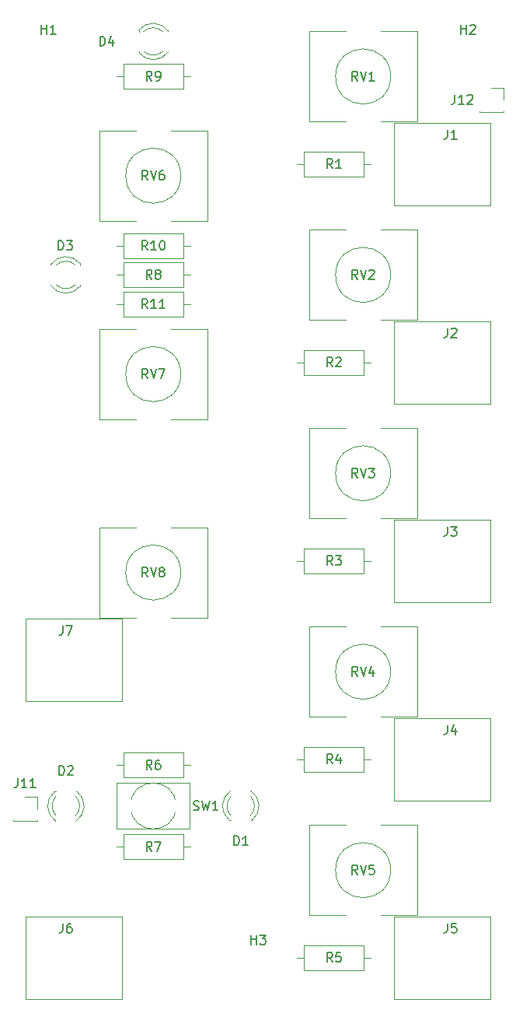
<source format=gto>
G04 #@! TF.GenerationSoftware,KiCad,Pcbnew,(6.0.0)*
G04 #@! TF.CreationDate,2022-08-09T16:31:54+02:00*
G04 #@! TF.ProjectId,FG-VCO-(interface),46472d56-434f-42d2-9869-6e7465726661,rev?*
G04 #@! TF.SameCoordinates,Original*
G04 #@! TF.FileFunction,Legend,Top*
G04 #@! TF.FilePolarity,Positive*
%FSLAX46Y46*%
G04 Gerber Fmt 4.6, Leading zero omitted, Abs format (unit mm)*
G04 Created by KiCad (PCBNEW (6.0.0)) date 2022-08-09 16:31:54*
%MOMM*%
%LPD*%
G01*
G04 APERTURE LIST*
%ADD10C,0.150000*%
%ADD11C,0.120000*%
%ADD12C,1.600000*%
%ADD13O,1.600000X1.600000*%
%ADD14C,3.000000*%
%ADD15O,1.500000X3.000000*%
%ADD16R,1.800000X1.800000*%
%ADD17C,1.800000*%
%ADD18C,3.200000*%
%ADD19C,1.524000*%
%ADD20O,3.000000X1.500000*%
%ADD21R,1.700000X1.700000*%
%ADD22O,1.700000X1.700000*%
G04 APERTURE END LIST*
D10*
X14597142Y-31567380D02*
X14263809Y-31091190D01*
X14025714Y-31567380D02*
X14025714Y-30567380D01*
X14406666Y-30567380D01*
X14501904Y-30615000D01*
X14549523Y-30662619D01*
X14597142Y-30757857D01*
X14597142Y-30900714D01*
X14549523Y-30995952D01*
X14501904Y-31043571D01*
X14406666Y-31091190D01*
X14025714Y-31091190D01*
X15549523Y-31567380D02*
X14978095Y-31567380D01*
X15263809Y-31567380D02*
X15263809Y-30567380D01*
X15168571Y-30710238D01*
X15073333Y-30805476D01*
X14978095Y-30853095D01*
X16501904Y-31567380D02*
X15930476Y-31567380D01*
X16216190Y-31567380D02*
X16216190Y-30567380D01*
X16120952Y-30710238D01*
X16025714Y-30805476D01*
X15930476Y-30853095D01*
X14597142Y-25217380D02*
X14263809Y-24741190D01*
X14025714Y-25217380D02*
X14025714Y-24217380D01*
X14406666Y-24217380D01*
X14501904Y-24265000D01*
X14549523Y-24312619D01*
X14597142Y-24407857D01*
X14597142Y-24550714D01*
X14549523Y-24645952D01*
X14501904Y-24693571D01*
X14406666Y-24741190D01*
X14025714Y-24741190D01*
X15549523Y-25217380D02*
X14978095Y-25217380D01*
X15263809Y-25217380D02*
X15263809Y-24217380D01*
X15168571Y-24360238D01*
X15073333Y-24455476D01*
X14978095Y-24503095D01*
X16168571Y-24217380D02*
X16263809Y-24217380D01*
X16359047Y-24265000D01*
X16406666Y-24312619D01*
X16454285Y-24407857D01*
X16501904Y-24598333D01*
X16501904Y-24836428D01*
X16454285Y-25026904D01*
X16406666Y-25122142D01*
X16359047Y-25169761D01*
X16263809Y-25217380D01*
X16168571Y-25217380D01*
X16073333Y-25169761D01*
X16025714Y-25122142D01*
X15978095Y-25026904D01*
X15930476Y-24836428D01*
X15930476Y-24598333D01*
X15978095Y-24407857D01*
X16025714Y-24312619D01*
X16073333Y-24265000D01*
X16168571Y-24217380D01*
X47291666Y-55332380D02*
X47291666Y-56046666D01*
X47244047Y-56189523D01*
X47148809Y-56284761D01*
X47005952Y-56332380D01*
X46910714Y-56332380D01*
X47672619Y-55332380D02*
X48291666Y-55332380D01*
X47958333Y-55713333D01*
X48101190Y-55713333D01*
X48196428Y-55760952D01*
X48244047Y-55808571D01*
X48291666Y-55903809D01*
X48291666Y-56141904D01*
X48244047Y-56237142D01*
X48196428Y-56284761D01*
X48101190Y-56332380D01*
X47815476Y-56332380D01*
X47720238Y-56284761D01*
X47672619Y-56237142D01*
X5381666Y-66127380D02*
X5381666Y-66841666D01*
X5334047Y-66984523D01*
X5238809Y-67079761D01*
X5095952Y-67127380D01*
X5000714Y-67127380D01*
X5762619Y-66127380D02*
X6429285Y-66127380D01*
X6000714Y-67127380D01*
X24026904Y-89987380D02*
X24026904Y-88987380D01*
X24265000Y-88987380D01*
X24407857Y-89035000D01*
X24503095Y-89130238D01*
X24550714Y-89225476D01*
X24598333Y-89415952D01*
X24598333Y-89558809D01*
X24550714Y-89749285D01*
X24503095Y-89844523D01*
X24407857Y-89939761D01*
X24265000Y-89987380D01*
X24026904Y-89987380D01*
X25550714Y-89987380D02*
X24979285Y-89987380D01*
X25265000Y-89987380D02*
X25265000Y-88987380D01*
X25169761Y-89130238D01*
X25074523Y-89225476D01*
X24979285Y-89273095D01*
X47291666Y-76922380D02*
X47291666Y-77636666D01*
X47244047Y-77779523D01*
X47148809Y-77874761D01*
X47005952Y-77922380D01*
X46910714Y-77922380D01*
X48196428Y-77255714D02*
X48196428Y-77922380D01*
X47958333Y-76874761D02*
X47720238Y-77589047D01*
X48339285Y-77589047D01*
X34758333Y-16327380D02*
X34425000Y-15851190D01*
X34186904Y-16327380D02*
X34186904Y-15327380D01*
X34567857Y-15327380D01*
X34663095Y-15375000D01*
X34710714Y-15422619D01*
X34758333Y-15517857D01*
X34758333Y-15660714D01*
X34710714Y-15755952D01*
X34663095Y-15803571D01*
X34567857Y-15851190D01*
X34186904Y-15851190D01*
X35710714Y-16327380D02*
X35139285Y-16327380D01*
X35425000Y-16327380D02*
X35425000Y-15327380D01*
X35329761Y-15470238D01*
X35234523Y-15565476D01*
X35139285Y-15613095D01*
X34758333Y-102687380D02*
X34425000Y-102211190D01*
X34186904Y-102687380D02*
X34186904Y-101687380D01*
X34567857Y-101687380D01*
X34663095Y-101735000D01*
X34710714Y-101782619D01*
X34758333Y-101877857D01*
X34758333Y-102020714D01*
X34710714Y-102115952D01*
X34663095Y-102163571D01*
X34567857Y-102211190D01*
X34186904Y-102211190D01*
X35663095Y-101687380D02*
X35186904Y-101687380D01*
X35139285Y-102163571D01*
X35186904Y-102115952D01*
X35282142Y-102068333D01*
X35520238Y-102068333D01*
X35615476Y-102115952D01*
X35663095Y-102163571D01*
X35710714Y-102258809D01*
X35710714Y-102496904D01*
X35663095Y-102592142D01*
X35615476Y-102639761D01*
X35520238Y-102687380D01*
X35282142Y-102687380D01*
X35186904Y-102639761D01*
X35139285Y-102592142D01*
X15073333Y-90622380D02*
X14740000Y-90146190D01*
X14501904Y-90622380D02*
X14501904Y-89622380D01*
X14882857Y-89622380D01*
X14978095Y-89670000D01*
X15025714Y-89717619D01*
X15073333Y-89812857D01*
X15073333Y-89955714D01*
X15025714Y-90050952D01*
X14978095Y-90098571D01*
X14882857Y-90146190D01*
X14501904Y-90146190D01*
X15406666Y-89622380D02*
X16073333Y-89622380D01*
X15644761Y-90622380D01*
X5381666Y-98512380D02*
X5381666Y-99226666D01*
X5334047Y-99369523D01*
X5238809Y-99464761D01*
X5095952Y-99512380D01*
X5000714Y-99512380D01*
X6286428Y-98512380D02*
X6095952Y-98512380D01*
X6000714Y-98560000D01*
X5953095Y-98607619D01*
X5857857Y-98750476D01*
X5810238Y-98940952D01*
X5810238Y-99321904D01*
X5857857Y-99417142D01*
X5905476Y-99464761D01*
X6000714Y-99512380D01*
X6191190Y-99512380D01*
X6286428Y-99464761D01*
X6334047Y-99417142D01*
X6381666Y-99321904D01*
X6381666Y-99083809D01*
X6334047Y-98988571D01*
X6286428Y-98940952D01*
X6191190Y-98893333D01*
X6000714Y-98893333D01*
X5905476Y-98940952D01*
X5857857Y-98988571D01*
X5810238Y-99083809D01*
X15073333Y-6802380D02*
X14740000Y-6326190D01*
X14501904Y-6802380D02*
X14501904Y-5802380D01*
X14882857Y-5802380D01*
X14978095Y-5850000D01*
X15025714Y-5897619D01*
X15073333Y-5992857D01*
X15073333Y-6135714D01*
X15025714Y-6230952D01*
X14978095Y-6278571D01*
X14882857Y-6326190D01*
X14501904Y-6326190D01*
X15549523Y-6802380D02*
X15740000Y-6802380D01*
X15835238Y-6754761D01*
X15882857Y-6707142D01*
X15978095Y-6564285D01*
X16025714Y-6373809D01*
X16025714Y-5992857D01*
X15978095Y-5897619D01*
X15930476Y-5850000D01*
X15835238Y-5802380D01*
X15644761Y-5802380D01*
X15549523Y-5850000D01*
X15501904Y-5897619D01*
X15454285Y-5992857D01*
X15454285Y-6230952D01*
X15501904Y-6326190D01*
X15549523Y-6373809D01*
X15644761Y-6421428D01*
X15835238Y-6421428D01*
X15930476Y-6373809D01*
X15978095Y-6326190D01*
X16025714Y-6230952D01*
X15073333Y-28392380D02*
X14740000Y-27916190D01*
X14501904Y-28392380D02*
X14501904Y-27392380D01*
X14882857Y-27392380D01*
X14978095Y-27440000D01*
X15025714Y-27487619D01*
X15073333Y-27582857D01*
X15073333Y-27725714D01*
X15025714Y-27820952D01*
X14978095Y-27868571D01*
X14882857Y-27916190D01*
X14501904Y-27916190D01*
X15644761Y-27820952D02*
X15549523Y-27773333D01*
X15501904Y-27725714D01*
X15454285Y-27630476D01*
X15454285Y-27582857D01*
X15501904Y-27487619D01*
X15549523Y-27440000D01*
X15644761Y-27392380D01*
X15835238Y-27392380D01*
X15930476Y-27440000D01*
X15978095Y-27487619D01*
X16025714Y-27582857D01*
X16025714Y-27630476D01*
X15978095Y-27725714D01*
X15930476Y-27773333D01*
X15835238Y-27820952D01*
X15644761Y-27820952D01*
X15549523Y-27868571D01*
X15501904Y-27916190D01*
X15454285Y-28011428D01*
X15454285Y-28201904D01*
X15501904Y-28297142D01*
X15549523Y-28344761D01*
X15644761Y-28392380D01*
X15835238Y-28392380D01*
X15930476Y-28344761D01*
X15978095Y-28297142D01*
X16025714Y-28201904D01*
X16025714Y-28011428D01*
X15978095Y-27916190D01*
X15930476Y-27868571D01*
X15835238Y-27820952D01*
X3048095Y-1722380D02*
X3048095Y-722380D01*
X3048095Y-1198571D02*
X3619523Y-1198571D01*
X3619523Y-1722380D02*
X3619523Y-722380D01*
X4619523Y-1722380D02*
X4048095Y-1722380D01*
X4333809Y-1722380D02*
X4333809Y-722380D01*
X4238571Y-865238D01*
X4143333Y-960476D01*
X4048095Y-1008095D01*
X37504761Y-28392380D02*
X37171428Y-27916190D01*
X36933333Y-28392380D02*
X36933333Y-27392380D01*
X37314285Y-27392380D01*
X37409523Y-27440000D01*
X37457142Y-27487619D01*
X37504761Y-27582857D01*
X37504761Y-27725714D01*
X37457142Y-27820952D01*
X37409523Y-27868571D01*
X37314285Y-27916190D01*
X36933333Y-27916190D01*
X37790476Y-27392380D02*
X38123809Y-28392380D01*
X38457142Y-27392380D01*
X38742857Y-27487619D02*
X38790476Y-27440000D01*
X38885714Y-27392380D01*
X39123809Y-27392380D01*
X39219047Y-27440000D01*
X39266666Y-27487619D01*
X39314285Y-27582857D01*
X39314285Y-27678095D01*
X39266666Y-27820952D01*
X38695238Y-28392380D01*
X39314285Y-28392380D01*
X37504761Y-49982380D02*
X37171428Y-49506190D01*
X36933333Y-49982380D02*
X36933333Y-48982380D01*
X37314285Y-48982380D01*
X37409523Y-49030000D01*
X37457142Y-49077619D01*
X37504761Y-49172857D01*
X37504761Y-49315714D01*
X37457142Y-49410952D01*
X37409523Y-49458571D01*
X37314285Y-49506190D01*
X36933333Y-49506190D01*
X37790476Y-48982380D02*
X38123809Y-49982380D01*
X38457142Y-48982380D01*
X38695238Y-48982380D02*
X39314285Y-48982380D01*
X38980952Y-49363333D01*
X39123809Y-49363333D01*
X39219047Y-49410952D01*
X39266666Y-49458571D01*
X39314285Y-49553809D01*
X39314285Y-49791904D01*
X39266666Y-49887142D01*
X39219047Y-49934761D01*
X39123809Y-49982380D01*
X38838095Y-49982380D01*
X38742857Y-49934761D01*
X38695238Y-49887142D01*
X48085476Y-8342380D02*
X48085476Y-9056666D01*
X48037857Y-9199523D01*
X47942619Y-9294761D01*
X47799761Y-9342380D01*
X47704523Y-9342380D01*
X49085476Y-9342380D02*
X48514047Y-9342380D01*
X48799761Y-9342380D02*
X48799761Y-8342380D01*
X48704523Y-8485238D01*
X48609285Y-8580476D01*
X48514047Y-8628095D01*
X49466428Y-8437619D02*
X49514047Y-8390000D01*
X49609285Y-8342380D01*
X49847380Y-8342380D01*
X49942619Y-8390000D01*
X49990238Y-8437619D01*
X50037857Y-8532857D01*
X50037857Y-8628095D01*
X49990238Y-8770952D01*
X49418809Y-9342380D01*
X50037857Y-9342380D01*
X19621666Y-86129761D02*
X19764523Y-86177380D01*
X20002619Y-86177380D01*
X20097857Y-86129761D01*
X20145476Y-86082142D01*
X20193095Y-85986904D01*
X20193095Y-85891666D01*
X20145476Y-85796428D01*
X20097857Y-85748809D01*
X20002619Y-85701190D01*
X19812142Y-85653571D01*
X19716904Y-85605952D01*
X19669285Y-85558333D01*
X19621666Y-85463095D01*
X19621666Y-85367857D01*
X19669285Y-85272619D01*
X19716904Y-85225000D01*
X19812142Y-85177380D01*
X20050238Y-85177380D01*
X20193095Y-85225000D01*
X20526428Y-85177380D02*
X20764523Y-86177380D01*
X20955000Y-85463095D01*
X21145476Y-86177380D01*
X21383571Y-85177380D01*
X22288333Y-86177380D02*
X21716904Y-86177380D01*
X22002619Y-86177380D02*
X22002619Y-85177380D01*
X21907380Y-85320238D01*
X21812142Y-85415476D01*
X21716904Y-85463095D01*
X47291666Y-33742380D02*
X47291666Y-34456666D01*
X47244047Y-34599523D01*
X47148809Y-34694761D01*
X47005952Y-34742380D01*
X46910714Y-34742380D01*
X47720238Y-33837619D02*
X47767857Y-33790000D01*
X47863095Y-33742380D01*
X48101190Y-33742380D01*
X48196428Y-33790000D01*
X48244047Y-33837619D01*
X48291666Y-33932857D01*
X48291666Y-34028095D01*
X48244047Y-34170952D01*
X47672619Y-34742380D01*
X48291666Y-34742380D01*
X47291666Y-12152380D02*
X47291666Y-12866666D01*
X47244047Y-13009523D01*
X47148809Y-13104761D01*
X47005952Y-13152380D01*
X46910714Y-13152380D01*
X48291666Y-13152380D02*
X47720238Y-13152380D01*
X48005952Y-13152380D02*
X48005952Y-12152380D01*
X47910714Y-12295238D01*
X47815476Y-12390476D01*
X47720238Y-12438095D01*
X34758333Y-37917380D02*
X34425000Y-37441190D01*
X34186904Y-37917380D02*
X34186904Y-36917380D01*
X34567857Y-36917380D01*
X34663095Y-36965000D01*
X34710714Y-37012619D01*
X34758333Y-37107857D01*
X34758333Y-37250714D01*
X34710714Y-37345952D01*
X34663095Y-37393571D01*
X34567857Y-37441190D01*
X34186904Y-37441190D01*
X35139285Y-37012619D02*
X35186904Y-36965000D01*
X35282142Y-36917380D01*
X35520238Y-36917380D01*
X35615476Y-36965000D01*
X35663095Y-37012619D01*
X35710714Y-37107857D01*
X35710714Y-37203095D01*
X35663095Y-37345952D01*
X35091666Y-37917380D01*
X35710714Y-37917380D01*
X14644761Y-17597380D02*
X14311428Y-17121190D01*
X14073333Y-17597380D02*
X14073333Y-16597380D01*
X14454285Y-16597380D01*
X14549523Y-16645000D01*
X14597142Y-16692619D01*
X14644761Y-16787857D01*
X14644761Y-16930714D01*
X14597142Y-17025952D01*
X14549523Y-17073571D01*
X14454285Y-17121190D01*
X14073333Y-17121190D01*
X14930476Y-16597380D02*
X15263809Y-17597380D01*
X15597142Y-16597380D01*
X16359047Y-16597380D02*
X16168571Y-16597380D01*
X16073333Y-16645000D01*
X16025714Y-16692619D01*
X15930476Y-16835476D01*
X15882857Y-17025952D01*
X15882857Y-17406904D01*
X15930476Y-17502142D01*
X15978095Y-17549761D01*
X16073333Y-17597380D01*
X16263809Y-17597380D01*
X16359047Y-17549761D01*
X16406666Y-17502142D01*
X16454285Y-17406904D01*
X16454285Y-17168809D01*
X16406666Y-17073571D01*
X16359047Y-17025952D01*
X16263809Y-16978333D01*
X16073333Y-16978333D01*
X15978095Y-17025952D01*
X15930476Y-17073571D01*
X15882857Y-17168809D01*
X37504761Y-93162380D02*
X37171428Y-92686190D01*
X36933333Y-93162380D02*
X36933333Y-92162380D01*
X37314285Y-92162380D01*
X37409523Y-92210000D01*
X37457142Y-92257619D01*
X37504761Y-92352857D01*
X37504761Y-92495714D01*
X37457142Y-92590952D01*
X37409523Y-92638571D01*
X37314285Y-92686190D01*
X36933333Y-92686190D01*
X37790476Y-92162380D02*
X38123809Y-93162380D01*
X38457142Y-92162380D01*
X39266666Y-92162380D02*
X38790476Y-92162380D01*
X38742857Y-92638571D01*
X38790476Y-92590952D01*
X38885714Y-92543333D01*
X39123809Y-92543333D01*
X39219047Y-92590952D01*
X39266666Y-92638571D01*
X39314285Y-92733809D01*
X39314285Y-92971904D01*
X39266666Y-93067142D01*
X39219047Y-93114761D01*
X39123809Y-93162380D01*
X38885714Y-93162380D01*
X38790476Y-93114761D01*
X38742857Y-93067142D01*
X34758333Y-59507380D02*
X34425000Y-59031190D01*
X34186904Y-59507380D02*
X34186904Y-58507380D01*
X34567857Y-58507380D01*
X34663095Y-58555000D01*
X34710714Y-58602619D01*
X34758333Y-58697857D01*
X34758333Y-58840714D01*
X34710714Y-58935952D01*
X34663095Y-58983571D01*
X34567857Y-59031190D01*
X34186904Y-59031190D01*
X35091666Y-58507380D02*
X35710714Y-58507380D01*
X35377380Y-58888333D01*
X35520238Y-58888333D01*
X35615476Y-58935952D01*
X35663095Y-58983571D01*
X35710714Y-59078809D01*
X35710714Y-59316904D01*
X35663095Y-59412142D01*
X35615476Y-59459761D01*
X35520238Y-59507380D01*
X35234523Y-59507380D01*
X35139285Y-59459761D01*
X35091666Y-59412142D01*
X4976904Y-82367380D02*
X4976904Y-81367380D01*
X5215000Y-81367380D01*
X5357857Y-81415000D01*
X5453095Y-81510238D01*
X5500714Y-81605476D01*
X5548333Y-81795952D01*
X5548333Y-81938809D01*
X5500714Y-82129285D01*
X5453095Y-82224523D01*
X5357857Y-82319761D01*
X5215000Y-82367380D01*
X4976904Y-82367380D01*
X5929285Y-81462619D02*
X5976904Y-81415000D01*
X6072142Y-81367380D01*
X6310238Y-81367380D01*
X6405476Y-81415000D01*
X6453095Y-81462619D01*
X6500714Y-81557857D01*
X6500714Y-81653095D01*
X6453095Y-81795952D01*
X5881666Y-82367380D01*
X6500714Y-82367380D01*
X14644761Y-60777380D02*
X14311428Y-60301190D01*
X14073333Y-60777380D02*
X14073333Y-59777380D01*
X14454285Y-59777380D01*
X14549523Y-59825000D01*
X14597142Y-59872619D01*
X14644761Y-59967857D01*
X14644761Y-60110714D01*
X14597142Y-60205952D01*
X14549523Y-60253571D01*
X14454285Y-60301190D01*
X14073333Y-60301190D01*
X14930476Y-59777380D02*
X15263809Y-60777380D01*
X15597142Y-59777380D01*
X16073333Y-60205952D02*
X15978095Y-60158333D01*
X15930476Y-60110714D01*
X15882857Y-60015476D01*
X15882857Y-59967857D01*
X15930476Y-59872619D01*
X15978095Y-59825000D01*
X16073333Y-59777380D01*
X16263809Y-59777380D01*
X16359047Y-59825000D01*
X16406666Y-59872619D01*
X16454285Y-59967857D01*
X16454285Y-60015476D01*
X16406666Y-60110714D01*
X16359047Y-60158333D01*
X16263809Y-60205952D01*
X16073333Y-60205952D01*
X15978095Y-60253571D01*
X15930476Y-60301190D01*
X15882857Y-60396428D01*
X15882857Y-60586904D01*
X15930476Y-60682142D01*
X15978095Y-60729761D01*
X16073333Y-60777380D01*
X16263809Y-60777380D01*
X16359047Y-60729761D01*
X16406666Y-60682142D01*
X16454285Y-60586904D01*
X16454285Y-60396428D01*
X16406666Y-60301190D01*
X16359047Y-60253571D01*
X16263809Y-60205952D01*
X15073333Y-81732380D02*
X14740000Y-81256190D01*
X14501904Y-81732380D02*
X14501904Y-80732380D01*
X14882857Y-80732380D01*
X14978095Y-80780000D01*
X15025714Y-80827619D01*
X15073333Y-80922857D01*
X15073333Y-81065714D01*
X15025714Y-81160952D01*
X14978095Y-81208571D01*
X14882857Y-81256190D01*
X14501904Y-81256190D01*
X15930476Y-80732380D02*
X15740000Y-80732380D01*
X15644761Y-80780000D01*
X15597142Y-80827619D01*
X15501904Y-80970476D01*
X15454285Y-81160952D01*
X15454285Y-81541904D01*
X15501904Y-81637142D01*
X15549523Y-81684761D01*
X15644761Y-81732380D01*
X15835238Y-81732380D01*
X15930476Y-81684761D01*
X15978095Y-81637142D01*
X16025714Y-81541904D01*
X16025714Y-81303809D01*
X15978095Y-81208571D01*
X15930476Y-81160952D01*
X15835238Y-81113333D01*
X15644761Y-81113333D01*
X15549523Y-81160952D01*
X15501904Y-81208571D01*
X15454285Y-81303809D01*
X47291666Y-98512380D02*
X47291666Y-99226666D01*
X47244047Y-99369523D01*
X47148809Y-99464761D01*
X47005952Y-99512380D01*
X46910714Y-99512380D01*
X48244047Y-98512380D02*
X47767857Y-98512380D01*
X47720238Y-98988571D01*
X47767857Y-98940952D01*
X47863095Y-98893333D01*
X48101190Y-98893333D01*
X48196428Y-98940952D01*
X48244047Y-98988571D01*
X48291666Y-99083809D01*
X48291666Y-99321904D01*
X48244047Y-99417142D01*
X48196428Y-99464761D01*
X48101190Y-99512380D01*
X47863095Y-99512380D01*
X47767857Y-99464761D01*
X47720238Y-99417142D01*
X9421904Y-2992380D02*
X9421904Y-1992380D01*
X9660000Y-1992380D01*
X9802857Y-2040000D01*
X9898095Y-2135238D01*
X9945714Y-2230476D01*
X9993333Y-2420952D01*
X9993333Y-2563809D01*
X9945714Y-2754285D01*
X9898095Y-2849523D01*
X9802857Y-2944761D01*
X9660000Y-2992380D01*
X9421904Y-2992380D01*
X10850476Y-2325714D02*
X10850476Y-2992380D01*
X10612380Y-1944761D02*
X10374285Y-2659047D01*
X10993333Y-2659047D01*
X460476Y-82724880D02*
X460476Y-83439166D01*
X412857Y-83582023D01*
X317619Y-83677261D01*
X174761Y-83724880D01*
X79523Y-83724880D01*
X1460476Y-83724880D02*
X889047Y-83724880D01*
X1174761Y-83724880D02*
X1174761Y-82724880D01*
X1079523Y-82867738D01*
X984285Y-82962976D01*
X889047Y-83010595D01*
X2412857Y-83724880D02*
X1841428Y-83724880D01*
X2127142Y-83724880D02*
X2127142Y-82724880D01*
X2031904Y-82867738D01*
X1936666Y-82962976D01*
X1841428Y-83010595D01*
X25908095Y-100782380D02*
X25908095Y-99782380D01*
X25908095Y-100258571D02*
X26479523Y-100258571D01*
X26479523Y-100782380D02*
X26479523Y-99782380D01*
X26860476Y-99782380D02*
X27479523Y-99782380D01*
X27146190Y-100163333D01*
X27289047Y-100163333D01*
X27384285Y-100210952D01*
X27431904Y-100258571D01*
X27479523Y-100353809D01*
X27479523Y-100591904D01*
X27431904Y-100687142D01*
X27384285Y-100734761D01*
X27289047Y-100782380D01*
X27003333Y-100782380D01*
X26908095Y-100734761D01*
X26860476Y-100687142D01*
X37504761Y-6802380D02*
X37171428Y-6326190D01*
X36933333Y-6802380D02*
X36933333Y-5802380D01*
X37314285Y-5802380D01*
X37409523Y-5850000D01*
X37457142Y-5897619D01*
X37504761Y-5992857D01*
X37504761Y-6135714D01*
X37457142Y-6230952D01*
X37409523Y-6278571D01*
X37314285Y-6326190D01*
X36933333Y-6326190D01*
X37790476Y-5802380D02*
X38123809Y-6802380D01*
X38457142Y-5802380D01*
X39314285Y-6802380D02*
X38742857Y-6802380D01*
X39028571Y-6802380D02*
X39028571Y-5802380D01*
X38933333Y-5945238D01*
X38838095Y-6040476D01*
X38742857Y-6088095D01*
X34758333Y-81097380D02*
X34425000Y-80621190D01*
X34186904Y-81097380D02*
X34186904Y-80097380D01*
X34567857Y-80097380D01*
X34663095Y-80145000D01*
X34710714Y-80192619D01*
X34758333Y-80287857D01*
X34758333Y-80430714D01*
X34710714Y-80525952D01*
X34663095Y-80573571D01*
X34567857Y-80621190D01*
X34186904Y-80621190D01*
X35615476Y-80430714D02*
X35615476Y-81097380D01*
X35377380Y-80049761D02*
X35139285Y-80764047D01*
X35758333Y-80764047D01*
X14644761Y-39187380D02*
X14311428Y-38711190D01*
X14073333Y-39187380D02*
X14073333Y-38187380D01*
X14454285Y-38187380D01*
X14549523Y-38235000D01*
X14597142Y-38282619D01*
X14644761Y-38377857D01*
X14644761Y-38520714D01*
X14597142Y-38615952D01*
X14549523Y-38663571D01*
X14454285Y-38711190D01*
X14073333Y-38711190D01*
X14930476Y-38187380D02*
X15263809Y-39187380D01*
X15597142Y-38187380D01*
X15835238Y-38187380D02*
X16501904Y-38187380D01*
X16073333Y-39187380D01*
X48768095Y-1722380D02*
X48768095Y-722380D01*
X48768095Y-1198571D02*
X49339523Y-1198571D01*
X49339523Y-1722380D02*
X49339523Y-722380D01*
X49768095Y-817619D02*
X49815714Y-770000D01*
X49910952Y-722380D01*
X50149047Y-722380D01*
X50244285Y-770000D01*
X50291904Y-817619D01*
X50339523Y-912857D01*
X50339523Y-1008095D01*
X50291904Y-1150952D01*
X49720476Y-1722380D01*
X50339523Y-1722380D01*
X4880417Y-25217380D02*
X4880417Y-24217380D01*
X5118513Y-24217380D01*
X5261370Y-24265000D01*
X5356608Y-24360238D01*
X5404227Y-24455476D01*
X5451846Y-24645952D01*
X5451846Y-24788809D01*
X5404227Y-24979285D01*
X5356608Y-25074523D01*
X5261370Y-25169761D01*
X5118513Y-25217380D01*
X4880417Y-25217380D01*
X5785179Y-24217380D02*
X6404227Y-24217380D01*
X6070893Y-24598333D01*
X6213751Y-24598333D01*
X6308989Y-24645952D01*
X6356608Y-24693571D01*
X6404227Y-24788809D01*
X6404227Y-25026904D01*
X6356608Y-25122142D01*
X6308989Y-25169761D01*
X6213751Y-25217380D01*
X5928036Y-25217380D01*
X5832798Y-25169761D01*
X5785179Y-25122142D01*
X37504761Y-71572380D02*
X37171428Y-71096190D01*
X36933333Y-71572380D02*
X36933333Y-70572380D01*
X37314285Y-70572380D01*
X37409523Y-70620000D01*
X37457142Y-70667619D01*
X37504761Y-70762857D01*
X37504761Y-70905714D01*
X37457142Y-71000952D01*
X37409523Y-71048571D01*
X37314285Y-71096190D01*
X36933333Y-71096190D01*
X37790476Y-70572380D02*
X38123809Y-71572380D01*
X38457142Y-70572380D01*
X39219047Y-70905714D02*
X39219047Y-71572380D01*
X38980952Y-70524761D02*
X38742857Y-71239047D01*
X39361904Y-71239047D01*
D11*
X18510000Y-32485000D02*
X18510000Y-29745000D01*
X18510000Y-29745000D02*
X11970000Y-29745000D01*
X11970000Y-29745000D02*
X11970000Y-32485000D01*
X11970000Y-32485000D02*
X18510000Y-32485000D01*
X19280000Y-31115000D02*
X18510000Y-31115000D01*
X11200000Y-31115000D02*
X11970000Y-31115000D01*
X18510000Y-26135000D02*
X18510000Y-23395000D01*
X18510000Y-23395000D02*
X11970000Y-23395000D01*
X11970000Y-23395000D02*
X11970000Y-26135000D01*
X11970000Y-26135000D02*
X18510000Y-26135000D01*
X19280000Y-24765000D02*
X18510000Y-24765000D01*
X11200000Y-24765000D02*
X11970000Y-24765000D01*
X41475000Y-63555000D02*
X51975000Y-63555000D01*
X51975000Y-63555000D02*
X51975000Y-54555000D01*
X51975000Y-54555000D02*
X41475000Y-54555000D01*
X41475000Y-54555000D02*
X41475000Y-63555000D01*
X11865000Y-65350000D02*
X1365000Y-65350000D01*
X1365000Y-65350000D02*
X1365000Y-74350000D01*
X1365000Y-74350000D02*
X11865000Y-74350000D01*
X11865000Y-74350000D02*
X11865000Y-65350000D01*
X23529000Y-87290000D02*
X23685000Y-87290000D01*
X25845000Y-87290000D02*
X26001000Y-87290000D01*
X23686392Y-84057665D02*
G75*
G03*
X23529484Y-87290000I1078609J-1672335D01*
G01*
X26000516Y-87290000D02*
G75*
G03*
X25843608Y-84057665I-1235517J1560000D01*
G01*
X25845000Y-86770961D02*
G75*
G03*
X25844837Y-84688870I-1080000J1040961D01*
G01*
X23685163Y-84688870D02*
G75*
G03*
X23685000Y-86770961I1079837J-1041130D01*
G01*
X41475000Y-85145000D02*
X51975000Y-85145000D01*
X51975000Y-85145000D02*
X51975000Y-76145000D01*
X51975000Y-76145000D02*
X41475000Y-76145000D01*
X41475000Y-76145000D02*
X41475000Y-85145000D01*
X38965000Y-15875000D02*
X38195000Y-15875000D01*
X38195000Y-14505000D02*
X31655000Y-14505000D01*
X31655000Y-17245000D02*
X38195000Y-17245000D01*
X30885000Y-15875000D02*
X31655000Y-15875000D01*
X31655000Y-14505000D02*
X31655000Y-17245000D01*
X38195000Y-17245000D02*
X38195000Y-14505000D01*
X38195000Y-103605000D02*
X38195000Y-100865000D01*
X31655000Y-103605000D02*
X38195000Y-103605000D01*
X38965000Y-102235000D02*
X38195000Y-102235000D01*
X30885000Y-102235000D02*
X31655000Y-102235000D01*
X31655000Y-100865000D02*
X31655000Y-103605000D01*
X38195000Y-100865000D02*
X31655000Y-100865000D01*
X11970000Y-91540000D02*
X18510000Y-91540000D01*
X18510000Y-88800000D02*
X11970000Y-88800000D01*
X18510000Y-91540000D02*
X18510000Y-88800000D01*
X11200000Y-90170000D02*
X11970000Y-90170000D01*
X19280000Y-90170000D02*
X18510000Y-90170000D01*
X11970000Y-88800000D02*
X11970000Y-91540000D01*
X11865000Y-97735000D02*
X1365000Y-97735000D01*
X1365000Y-97735000D02*
X1365000Y-106735000D01*
X1365000Y-106735000D02*
X11865000Y-106735000D01*
X11865000Y-106735000D02*
X11865000Y-97735000D01*
X19280000Y-6350000D02*
X18510000Y-6350000D01*
X11200000Y-6350000D02*
X11970000Y-6350000D01*
X11970000Y-7720000D02*
X18510000Y-7720000D01*
X18510000Y-4980000D02*
X11970000Y-4980000D01*
X11970000Y-4980000D02*
X11970000Y-7720000D01*
X18510000Y-7720000D02*
X18510000Y-4980000D01*
X18510000Y-29310000D02*
X18510000Y-26570000D01*
X18510000Y-26570000D02*
X11970000Y-26570000D01*
X11200000Y-27940000D02*
X11970000Y-27940000D01*
X19280000Y-27940000D02*
X18510000Y-27940000D01*
X11970000Y-26570000D02*
X11970000Y-29310000D01*
X11970000Y-29310000D02*
X18510000Y-29310000D01*
X44000000Y-23040000D02*
X40000000Y-23040000D01*
X32200000Y-32840000D02*
X32200000Y-23040000D01*
X32200000Y-32840000D02*
X36200000Y-32840000D01*
X32200000Y-23040000D02*
X36200000Y-23040000D01*
X44000000Y-32840000D02*
X44000000Y-23040000D01*
X32200000Y-32840000D02*
X32200000Y-23040000D01*
X44000000Y-32840000D02*
X44000000Y-23040000D01*
X44000000Y-32840000D02*
X40000000Y-32840000D01*
X41100000Y-27940000D02*
G75*
G03*
X41100000Y-27940000I-3000000J0D01*
G01*
X44000000Y-44630000D02*
X40000000Y-44630000D01*
X32200000Y-54430000D02*
X36200000Y-54430000D01*
X32200000Y-54430000D02*
X32200000Y-44630000D01*
X44000000Y-54430000D02*
X44000000Y-44630000D01*
X32200000Y-44630000D02*
X36200000Y-44630000D01*
X44000000Y-54430000D02*
X40000000Y-54430000D01*
X32200000Y-54430000D02*
X32200000Y-44630000D01*
X44000000Y-54430000D02*
X44000000Y-44630000D01*
X41100000Y-49530000D02*
G75*
G03*
X41100000Y-49530000I-3000000J0D01*
G01*
X53400000Y-7560000D02*
X53400000Y-8890000D01*
X50740000Y-10220000D02*
X53400000Y-10220000D01*
X50740000Y-10100000D02*
X50740000Y-10220000D01*
X53400000Y-10100000D02*
X53400000Y-10220000D01*
X52070000Y-7560000D02*
X53400000Y-7560000D01*
X19240000Y-88225000D02*
X11240000Y-88225000D01*
X11240000Y-88225000D02*
X11240000Y-83225000D01*
X11240000Y-83225000D02*
X19240000Y-83225000D01*
X19240000Y-83225000D02*
X19240000Y-88225000D01*
X17740000Y-85725000D02*
G75*
G03*
X17740000Y-85725000I-2500000J0D01*
G01*
X41475000Y-41965000D02*
X51975000Y-41965000D01*
X51975000Y-41965000D02*
X51975000Y-32965000D01*
X51975000Y-32965000D02*
X41475000Y-32965000D01*
X41475000Y-32965000D02*
X41475000Y-41965000D01*
X41475000Y-20375000D02*
X51975000Y-20375000D01*
X51975000Y-20375000D02*
X51975000Y-11375000D01*
X51975000Y-11375000D02*
X41475000Y-11375000D01*
X41475000Y-11375000D02*
X41475000Y-20375000D01*
X31655000Y-36095000D02*
X31655000Y-38835000D01*
X38965000Y-37465000D02*
X38195000Y-37465000D01*
X30885000Y-37465000D02*
X31655000Y-37465000D01*
X31655000Y-38835000D02*
X38195000Y-38835000D01*
X38195000Y-36095000D02*
X31655000Y-36095000D01*
X38195000Y-38835000D02*
X38195000Y-36095000D01*
X9340000Y-22045000D02*
X9340000Y-12245000D01*
X9340000Y-22045000D02*
X9340000Y-12245000D01*
X21140000Y-22045000D02*
X17140000Y-22045000D01*
X21140000Y-12245000D02*
X17140000Y-12245000D01*
X21140000Y-22045000D02*
X21140000Y-12245000D01*
X9340000Y-12245000D02*
X13340000Y-12245000D01*
X9340000Y-22045000D02*
X13340000Y-22045000D01*
X21140000Y-22045000D02*
X21140000Y-12245000D01*
X18240000Y-17145000D02*
G75*
G03*
X18240000Y-17145000I-3000000J0D01*
G01*
X32200000Y-87810000D02*
X36200000Y-87810000D01*
X44000000Y-97610000D02*
X44000000Y-87810000D01*
X32200000Y-97610000D02*
X36200000Y-97610000D01*
X32200000Y-97610000D02*
X32200000Y-87810000D01*
X32200000Y-97610000D02*
X32200000Y-87810000D01*
X44000000Y-97610000D02*
X40000000Y-97610000D01*
X44000000Y-87810000D02*
X40000000Y-87810000D01*
X44000000Y-97610000D02*
X44000000Y-87810000D01*
X41100000Y-92710000D02*
G75*
G03*
X41100000Y-92710000I-3000000J0D01*
G01*
X38195000Y-60425000D02*
X38195000Y-57685000D01*
X31655000Y-57685000D02*
X31655000Y-60425000D01*
X30885000Y-59055000D02*
X31655000Y-59055000D01*
X38195000Y-57685000D02*
X31655000Y-57685000D01*
X31655000Y-60425000D02*
X38195000Y-60425000D01*
X38965000Y-59055000D02*
X38195000Y-59055000D01*
X6951000Y-84160000D02*
X6795000Y-84160000D01*
X4635000Y-84160000D02*
X4479000Y-84160000D01*
X4479484Y-84160000D02*
G75*
G03*
X4636392Y-87392335I1235517J-1560000D01*
G01*
X6793608Y-87392335D02*
G75*
G03*
X6950516Y-84160000I-1078609J1672335D01*
G01*
X4635000Y-84679039D02*
G75*
G03*
X4635163Y-86761130I1080000J-1040961D01*
G01*
X6794837Y-86761130D02*
G75*
G03*
X6795000Y-84679039I-1079837J1041130D01*
G01*
X21140000Y-55425000D02*
X17140000Y-55425000D01*
X9340000Y-55425000D02*
X13340000Y-55425000D01*
X21140000Y-65225000D02*
X21140000Y-55425000D01*
X21140000Y-65225000D02*
X17140000Y-65225000D01*
X9340000Y-65225000D02*
X13340000Y-65225000D01*
X21140000Y-65225000D02*
X21140000Y-55425000D01*
X9340000Y-65225000D02*
X9340000Y-55425000D01*
X9340000Y-65225000D02*
X9340000Y-55425000D01*
X18240000Y-60325000D02*
G75*
G03*
X18240000Y-60325000I-3000000J0D01*
G01*
X11200000Y-81280000D02*
X11970000Y-81280000D01*
X11970000Y-82650000D02*
X18510000Y-82650000D01*
X11970000Y-79910000D02*
X11970000Y-82650000D01*
X19280000Y-81280000D02*
X18510000Y-81280000D01*
X18510000Y-79910000D02*
X11970000Y-79910000D01*
X18510000Y-82650000D02*
X18510000Y-79910000D01*
X41475000Y-106735000D02*
X51975000Y-106735000D01*
X51975000Y-106735000D02*
X51975000Y-97735000D01*
X51975000Y-97735000D02*
X41475000Y-97735000D01*
X41475000Y-97735000D02*
X41475000Y-106735000D01*
X13675000Y-3620000D02*
X13675000Y-3776000D01*
X13675000Y-1304000D02*
X13675000Y-1460000D01*
X16907335Y-1461392D02*
G75*
G03*
X13675000Y-1304484I-1672335J-1078609D01*
G01*
X14194039Y-3620000D02*
G75*
G03*
X16276130Y-3619837I1040961J1080000D01*
G01*
X16276130Y-1460163D02*
G75*
G03*
X14194039Y-1460000I-1041130J-1079837D01*
G01*
X13675000Y-3775516D02*
G75*
G03*
X16907335Y-3618608I1560000J1235517D01*
G01*
X2600000Y-84712500D02*
X2600000Y-86042500D01*
X1270000Y-84712500D02*
X2600000Y-84712500D01*
X-60000Y-87252500D02*
X-60000Y-87372500D01*
X-60000Y-87372500D02*
X2600000Y-87372500D01*
X2600000Y-87252500D02*
X2600000Y-87372500D01*
X32200000Y-11250000D02*
X32200000Y-1450000D01*
X44000000Y-11250000D02*
X44000000Y-1450000D01*
X32200000Y-11250000D02*
X32200000Y-1450000D01*
X44000000Y-11250000D02*
X40000000Y-11250000D01*
X32200000Y-1450000D02*
X36200000Y-1450000D01*
X44000000Y-11250000D02*
X44000000Y-1450000D01*
X44000000Y-1450000D02*
X40000000Y-1450000D01*
X32200000Y-11250000D02*
X36200000Y-11250000D01*
X41100000Y-6350000D02*
G75*
G03*
X41100000Y-6350000I-3000000J0D01*
G01*
X31655000Y-79275000D02*
X31655000Y-82015000D01*
X38195000Y-82015000D02*
X38195000Y-79275000D01*
X31655000Y-82015000D02*
X38195000Y-82015000D01*
X38965000Y-80645000D02*
X38195000Y-80645000D01*
X30885000Y-80645000D02*
X31655000Y-80645000D01*
X38195000Y-79275000D02*
X31655000Y-79275000D01*
X21140000Y-43635000D02*
X17140000Y-43635000D01*
X9340000Y-43635000D02*
X13340000Y-43635000D01*
X21140000Y-33835000D02*
X17140000Y-33835000D01*
X21140000Y-43635000D02*
X21140000Y-33835000D01*
X9340000Y-43635000D02*
X9340000Y-33835000D01*
X9340000Y-33835000D02*
X13340000Y-33835000D01*
X9340000Y-43635000D02*
X9340000Y-33835000D01*
X21140000Y-43635000D02*
X21140000Y-33835000D01*
X18240000Y-38735000D02*
G75*
G03*
X18240000Y-38735000I-3000000J0D01*
G01*
X7275000Y-29176000D02*
X7275000Y-29020000D01*
X7275000Y-26860000D02*
X7275000Y-26704000D01*
X7275000Y-26704484D02*
G75*
G03*
X4042665Y-26861392I-1560000J-1235517D01*
G01*
X4042665Y-29018608D02*
G75*
G03*
X7275000Y-29175516I1672335J1078609D01*
G01*
X4673870Y-29019837D02*
G75*
G03*
X6755961Y-29020000I1041130J1079837D01*
G01*
X6755961Y-26860000D02*
G75*
G03*
X4673870Y-26860163I-1040961J-1080000D01*
G01*
X32200000Y-66220000D02*
X36200000Y-66220000D01*
X32200000Y-76020000D02*
X32200000Y-66220000D01*
X32200000Y-76020000D02*
X36200000Y-76020000D01*
X44000000Y-76020000D02*
X40000000Y-76020000D01*
X32200000Y-76020000D02*
X32200000Y-66220000D01*
X44000000Y-66220000D02*
X40000000Y-66220000D01*
X44000000Y-76020000D02*
X44000000Y-66220000D01*
X44000000Y-76020000D02*
X44000000Y-66220000D01*
X41100000Y-71120000D02*
G75*
G03*
X41100000Y-71120000I-3000000J0D01*
G01*
%LPC*%
D12*
X20320000Y-31115000D03*
D13*
X10160000Y-31115000D03*
D12*
X20320000Y-24765000D03*
D13*
X10160000Y-24765000D03*
D14*
X47625000Y-59055000D03*
D15*
X42475000Y-59055000D03*
X50725000Y-59055000D03*
D14*
X5715000Y-69850000D03*
D15*
X10865000Y-69850000D03*
X2615000Y-69850000D03*
D16*
X24765000Y-87000000D03*
D17*
X24765000Y-84460000D03*
D14*
X47625000Y-80645000D03*
D15*
X42475000Y-80645000D03*
X50725000Y-80645000D03*
D12*
X29845000Y-15875000D03*
D13*
X40005000Y-15875000D03*
D12*
X29845000Y-102235000D03*
D13*
X40005000Y-102235000D03*
D12*
X20320000Y-90170000D03*
D13*
X10160000Y-90170000D03*
D14*
X5715000Y-102235000D03*
D15*
X10865000Y-102235000D03*
X2615000Y-102235000D03*
D12*
X10160000Y-6350000D03*
D13*
X20320000Y-6350000D03*
D12*
X10160000Y-27940000D03*
D13*
X20320000Y-27940000D03*
D18*
X3810000Y-3810000D03*
D19*
X31200000Y-30480000D03*
X31200000Y-27940000D03*
X31200000Y-25400000D03*
D20*
X38100000Y-23040000D03*
X38100000Y-32840000D03*
D19*
X31200000Y-52070000D03*
X31200000Y-49530000D03*
X31200000Y-46990000D03*
D20*
X38100000Y-44630000D03*
X38100000Y-54430000D03*
D21*
X52070000Y-8890000D03*
D19*
X17780000Y-85725000D03*
X15240000Y-85725000D03*
X12700000Y-85725000D03*
D14*
X47625000Y-37465000D03*
D15*
X42475000Y-37465000D03*
X50725000Y-37465000D03*
D14*
X47625000Y-15875000D03*
D15*
X42475000Y-15875000D03*
X50725000Y-15875000D03*
D12*
X29845000Y-37465000D03*
D13*
X40005000Y-37465000D03*
D19*
X8340000Y-19685000D03*
X8340000Y-17145000D03*
X8340000Y-14605000D03*
D20*
X15240000Y-22045000D03*
X15240000Y-12245000D03*
D19*
X31200000Y-95250000D03*
X31200000Y-92710000D03*
X31200000Y-90170000D03*
D20*
X38100000Y-87810000D03*
X38100000Y-97610000D03*
D12*
X29845000Y-59055000D03*
D13*
X40005000Y-59055000D03*
D16*
X5715000Y-84450000D03*
D17*
X5715000Y-86990000D03*
D19*
X8340000Y-62865000D03*
X8340000Y-60325000D03*
X8340000Y-57785000D03*
D20*
X15240000Y-65225000D03*
X15240000Y-55425000D03*
D12*
X10160000Y-81280000D03*
D13*
X20320000Y-81280000D03*
D14*
X47625000Y-102235000D03*
D15*
X42475000Y-102235000D03*
X50725000Y-102235000D03*
D16*
X13965000Y-2540000D03*
D17*
X16505000Y-2540000D03*
D21*
X1270000Y-86042500D03*
D18*
X26670000Y-102870000D03*
D19*
X31200000Y-8890000D03*
X31200000Y-6350000D03*
X31200000Y-3810000D03*
D20*
X38100000Y-11250000D03*
X38100000Y-1450000D03*
D12*
X29845000Y-80645000D03*
D13*
X40005000Y-80645000D03*
D19*
X8340000Y-41275000D03*
X8340000Y-38735000D03*
X8340000Y-36195000D03*
D20*
X15240000Y-43635000D03*
X15240000Y-33835000D03*
D18*
X49530000Y-3810000D03*
D16*
X6985000Y-27940000D03*
D17*
X4445000Y-27940000D03*
D19*
X31200000Y-73660000D03*
X31200000Y-71120000D03*
X31200000Y-68580000D03*
D20*
X38100000Y-76020000D03*
X38100000Y-66220000D03*
D21*
X1270000Y-42545000D03*
D22*
X1270000Y-45085000D03*
D21*
X30480000Y-1270000D03*
D22*
X27940000Y-1270000D03*
X25400000Y-1270000D03*
X22860000Y-1270000D03*
D21*
X26670000Y-46990000D03*
D22*
X26670000Y-49530000D03*
X26670000Y-52070000D03*
X26670000Y-54610000D03*
X26670000Y-57150000D03*
X26670000Y-59690000D03*
D21*
X1270000Y-10795000D03*
D22*
X1270000Y-13335000D03*
X1270000Y-15875000D03*
M02*

</source>
